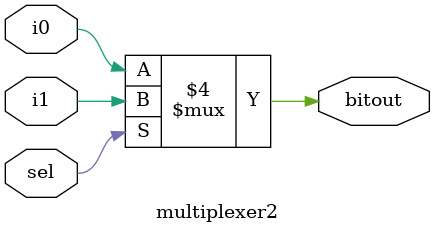
<source format=v>
/*

    CARRY SELECT ADDER VERILOG CODE

*/

module carry_select_adder
        (   input [3:0] A,B,
            input cin,
            output [3:0] S,
            output cout );
            
        wire [3:0] temp0,temp1,carry0,carry1;
        //for carry 0
        fulladder fa00(A[0],B[0],1'b0,temp0[0],carry0[0]);
        fulladder fa01(A[1],B[1],carry0[0],temp0[1],carry0[1]);
        fulladder fa02(A[2],B[2],carry0[1],temp0[2],carry0[2]);
        fulladder fa03(A[3],B[3],carry0[2],temp0[3],carry0[3]);
        //for carry 1
        fulladder fa10(A[0],B[0],1'b1,temp1[0],carry1[0]);
        fulladder fa11(A[1],B[1],carry1[0],temp1[1],carry1[1]);
        fulladder fa12(A[2],B[2],carry1[1],temp1[2],carry1[2]);
        fulladder fa13(A[3],B[3],carry1[2],temp1[3],carry1[3]);
        //mux for carry
        multiplexer2 mux_carry(carry0[3],carry1[3],cin,cout);
        //mux's for sum
        multiplexer2 mux_sum0(temp0[0],temp1[0],cin,S[0]);
        multiplexer2 mux_sum1(temp0[1],temp1[1],cin,S[1]);
        multiplexer2 mux_sum2(temp0[2],temp1[2],cin,S[2]);
        multiplexer2 mux_sum3(temp0[3],temp1[3],cin,S[3]);

endmodule


module fulladder
                (   input a,b,cin,
                    output sum,carry
                    );
        assign sum = a ^ b ^ cin;
        assign carry = (a & b) | (cin & b) | (a & cin);
endmodule

module multiplexer2
        (   input i0,i1,sel,
            output reg bitout
            );
        always@(i0,i1,sel)
        begin
        if(sel == 0)
            bitout = i0;
        else
            bitout = i1; 
        end
endmodule

</source>
